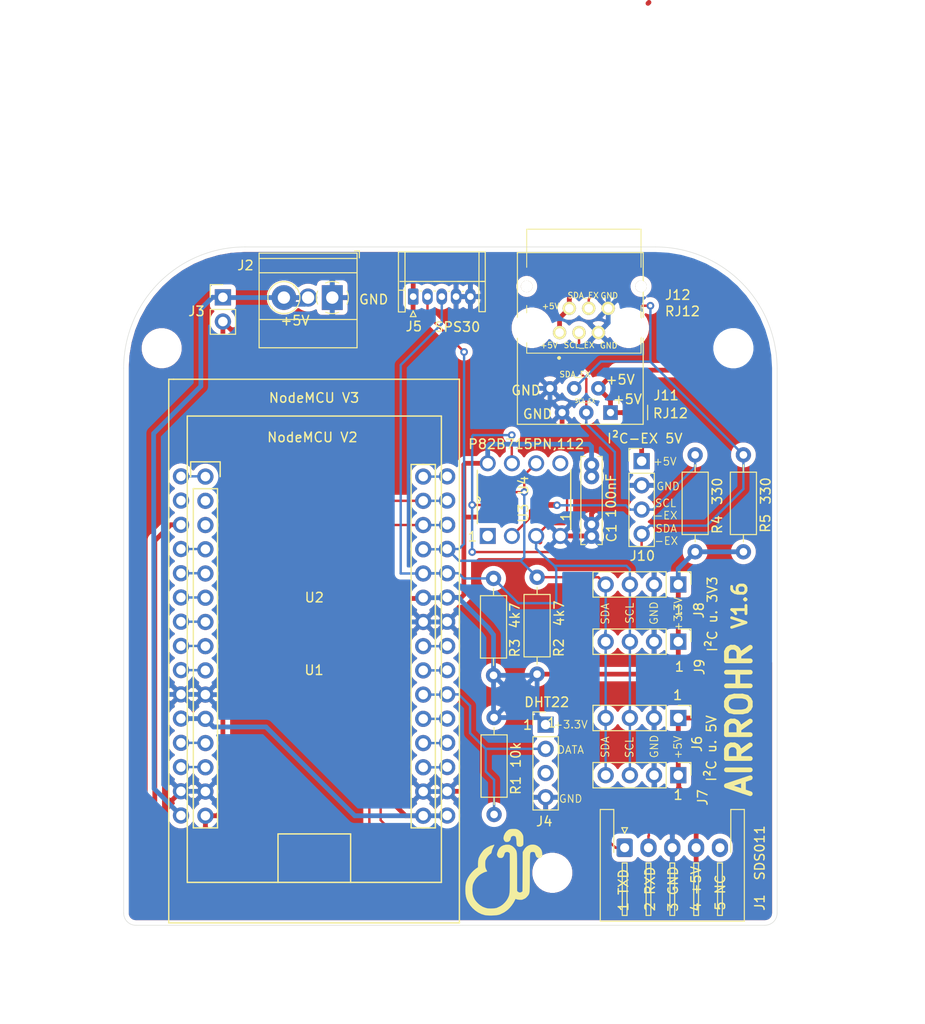
<source format=kicad_pcb>
(kicad_pcb (version 20171130) (host pcbnew 5.1.5+dfsg1-2build2)
  (layers (0 F.Cu signal) (31 B.Cu signal) (34 B.Paste user) (35 F.Paste user) (36 B.SilkS user) (37 F.SilkS user) (38 B.Mask user) (39 F.Mask user) (44 Edge.Cuts user))
  (net 0 "")
  (net 1 "Net-(U2-Pad3)")
  (net 2 "Net-(U2-Pad2)")
  (net 3 "Net-(U1-Pad30)")
  (net 4 "Net-(U1-Pad23)")
  (net 5 "Net-(U1-Pad22)")
  (net 6 "Net-(U1-Pad20)")
  (net 7 "Net-(U1-Pad19)")
  (net 8 "Net-(U1-Pad18)")
  (net 9 "Net-(U1-Pad13)")
  (net 10 "Net-(U1-Pad12)")
  (net 11 "Net-(U1-Pad9)")
  (net 12 "Net-(U1-Pad8)")
  (net 13 "Net-(U1-Pad7)")
  (net 14 "Net-(U1-Pad6)")
  (net 15 "Net-(U1-Pad5)")
  (net 16 "Net-(U1-Pad4)")
  (net 17 "Net-(U1-Pad2)")
  (net 18 "Net-(U1-Pad1)")
  (net 19 GND)
  (net 20 +3V3)
  (net 21 "Net-(J2-Pad2)")
  (net 22 TXD)
  (net 23 RXD)
  (net 24 +5V)
  (net 25 "Net-(J4-Pad3)")
  (net 26 "Net-(J4-Pad2)")
  (net 27 SDA)
  (net 28 SCL)
  (net 29 SDA-EX)
  (net 30 SCL-EX)
  (net 31 "Net-(U3-Pad5)")
  (net 32 "Net-(U3-Pad1)")
  (net 33 "Net-(J1-Pad5)")
  (module Connector_RJ:RJ12_Pulse_E5566Q0LK22L (layer F.Cu) (at 187.9981 22.71776 180)
    (fp_text reference J12 (at -9.85012 -0.1016 180) (layer F.SilkS))
    (fp_text value RJ12 (at -10.34542 -1.8161 180) (layer F.SilkS))
    (pad 1 thru_hole circle (at 2.55 -4.04 270) (size 1.4 1.4) (drill 0.9) (layers *.Cu *.Mask F.SilkS) (net 24 +5V))
    (pad 2 thru_hole circle (at 1.53 -1.5 270) (size 1.4 1.4) (drill 0.9) (layers *.Cu *.Mask F.SilkS) (net 24 +5V))
    (pad 3 thru_hole circle (at 0.51 -4.04 270) (size 1.4 1.4) (drill 0.9) (layers *.Cu *.Mask F.SilkS) (net 30 SCL-EX))
    (pad 4 thru_hole circle (at -0.51 -1.5 270) (size 1.4 1.4) (drill 0.9) (layers *.Cu *.Mask F.SilkS) (net 29 SDA-EX))
    (pad 5 thru_hole circle (at -1.53 -4.04 270) (size 1.4 1.4) (drill 0.9) (layers *.Cu *.Mask F.SilkS) (net 19 GND))
    (pad 6 thru_hole circle (at -2.55 -1.5 270) (size 1.4 1.4) (drill 0.9) (layers *.Cu *.Mask F.SilkS) (net 19 GND))
    (pad 7 thru_hole circle (at -6 0.8 270) (size 1.2 1.2) (drill 2.4) (layers *.Cu *.Mask F.SilkS))
    (pad 8 thru_hole circle (at 6 0.8 270) (size 1.2 1.2) (drill 2.4) (layers *.Cu *.Mask F.SilkS))
  )
  (module Connector_RJ:RJ12_Amphenol_54601 (layer F.Cu) (at 190.7921 35.14472 180)
    (fp_text reference J11 (at -5.83438 1.79706) (layer F.SilkS))
    (fp_text value RJ12)
    (pad 1 thru_hole rect (at 0 0 180) (size 1.52 1.52) (drill 0.76) (layers *.Cu *.Mask) (net 24 +5V))
    (pad "" np_thru_hole circle (at -1.91 8.89 180) (size 3.25 3.25) (drill 3.25) (layers *.Cu *.Mask))
    (pad 2 thru_hole circle (at 1.27 2.54 180) (size 1.52 1.52) (drill 0.76) (layers *.Cu *.Mask) (net 24 +5V))
    (pad 3 thru_hole circle (at 2.54 0 180) (size 1.52 1.52) (drill 0.76) (layers *.Cu *.Mask) (net 30 SCL-EX))
    (pad 4 thru_hole circle (at 3.81 2.54 180) (size 1.52 1.52) (drill 0.76) (layers *.Cu *.Mask) (net 29 SDA-EX))
    (pad 5 thru_hole circle (at 5.08 0 180) (size 1.52 1.52) (drill 0.76) (layers *.Cu *.Mask) (net 19 GND))
    (pad 6 thru_hole circle (at 6.35 2.54 180) (size 1.52 1.52) (drill 0.76) (layers *.Cu *.Mask) (net 19 GND))
    (pad "" np_thru_hole circle (at 8.25 8.89 180) (size 3.25 3.25) (drill 3.25) (layers *.Cu *.Mask))
  )
  (module "logos eigene:logo luftdaten.info" (layer F.Cu) (at 179.62626 83.33994 90)
    (fp_text reference G*** hide)
    (fp_text value LOGO hide)
  )
  (module Resistor_THT:R_Axial_DIN0207_L6.3mm_D2.5mm_P10.16mm_Horizontal (layer F.Cu) (at 204.74102 49.74336 90)
    (fp_text reference R5 (at 2.9845 2.30708 90) (layer F.SilkS))
    (fp_text value 330 (at 6.38302 2.3401 90) (layer F.SilkS))
    (pad 2 thru_hole oval (at 10.16 0 90) (size 1.6 1.6) (drill 0.8) (layers *.Cu *.Mask) (net 29 SDA-EX))
    (pad 1 thru_hole circle (at 0 0 90) (size 1.6 1.6) (drill 0.8) (layers *.Cu *.Mask) (net 20 +3V3))
  )
  (module ScrewTerminalBlock:TerminalBlock_1x02_P2,54mm_P5.08mm_Horizontal (layer F.Cu) (at 161.5948 23.0886 180)
    (fp_text reference J2 (at 9.11352 3.37312) (layer F.SilkS))
    (fp_text value Screw_Terminal_01x02)
    (pad 3 smd rect (at 3.76 0 180) (size 1 0.5) (layers B.Cu B.Paste B.Mask))
    (pad 3 smd rect (at 3.76 0 180) (size 1 0.5) (layers F.Cu F.Paste F.Mask))
    (pad 2 thru_hole circle (at 2.54 0 180) (size 1.9 1.9) (drill 1.3) (layers *.Cu *.Mask) (net 21 "Net-(J2-Pad2)"))
    (pad 1 thru_hole rect (at 0 0 180) (size 2.2 2.6) (drill 1.3) (layers *.Cu *.Mask) (net 19 GND))
    (pad 2 thru_hole circle (at 5.08 0 180) (size 2.6 2.6) (drill 1.3) (layers *.Cu *.Mask) (net 21 "Net-(J2-Pad2)"))
  )
  (module Connector_PinHeader_2.54mm:PinHeader_1x04_P2.54mm_Vertical (layer F.Cu) (at 194.06108 40.23726)
    (fp_text reference J10 (at 0.07112 9.93536) (layer F.SilkS))
    (fp_text value Conn_01x04_Male)
    (pad 4 thru_hole oval (at 0 7.62) (size 1.7 1.7) (drill 1) (layers *.Cu *.Mask) (net 29 SDA-EX))
    (pad 3 thru_hole oval (at 0 5.08) (size 1.7 1.7) (drill 1) (layers *.Cu *.Mask) (net 30 SCL-EX))
    (pad 2 thru_hole oval (at 0 2.54) (size 1.7 1.7) (drill 1) (layers *.Cu *.Mask) (net 19 GND))
    (pad 1 thru_hole rect (at 0 0) (size 1.7 1.7) (drill 1) (layers *.Cu *.Mask) (net 24 +5V))
  )
  (module P82B715:DIP254P762X420-8 (layer F.Cu) (at 185.52668 40.46474 90)
    (fp_text reference U3 (at -5.2324 -3.8862 90) (layer F.SilkS))
    (fp_text value P82B715PN,112 (at 2.0066 -3.5814) (layer F.SilkS))
    (pad 1 thru_hole rect (at -7.62 -7.62 90) (size 1.6764 1.6764) (drill 1.1176) (layers *.Cu *.Mask) (net 32 "Net-(U3-Pad1)"))
    (pad 2 thru_hole circle (at -7.62 -5.08 90) (size 1.6764 1.6764) (drill 1.1176) (layers *.Cu *.Mask) (net 30 SCL-EX))
    (pad 3 thru_hole circle (at -7.62 -2.54 90) (size 1.6764 1.6764) (drill 1.1176) (layers *.Cu *.Mask) (net 28 SCL))
    (pad 4 thru_hole circle (at -7.62 0 90) (size 1.6764 1.6764) (drill 1.1176) (layers *.Cu *.Mask) (net 19 GND))
    (pad 5 thru_hole circle (at 0 0 90) (size 1.6764 1.6764) (drill 1.1176) (layers *.Cu *.Mask) (net 31 "Net-(U3-Pad5)"))
    (pad 6 thru_hole circle (at 0 -2.54 90) (size 1.6764 1.6764) (drill 1.1176) (layers *.Cu *.Mask) (net 27 SDA))
    (pad 7 thru_hole circle (at 0 -5.08 90) (size 1.6764 1.6764) (drill 1.1176) (layers *.Cu *.Mask) (net 29 SDA-EX))
    (pad 8 thru_hole circle (at 0 -7.62 90) (size 1.6764 1.6764) (drill 1.1176) (layers *.Cu *.Mask) (net 20 +3V3))
  )
  (module Connector_PinHeader_2.54mm:PinHeader_1x04_P2.54mm_Vertical (layer F.Cu) (at 197.905 59.1684 270)
    (fp_text reference J9 (at 2.65266 -2.23176 90) (layer F.SilkS))
    (fp_text value Conn_01x04_Male)
    (pad 4 thru_hole oval (at 0 7.62 270) (size 1.7 1.7) (drill 1) (layers *.Cu *.Mask) (net 27 SDA))
    (pad 3 thru_hole oval (at 0 5.08 270) (size 1.7 1.7) (drill 1) (layers *.Cu *.Mask) (net 28 SCL))
    (pad 2 thru_hole oval (at 0 2.54 270) (size 1.7 1.7) (drill 1) (layers *.Cu *.Mask) (net 19 GND))
    (pad 1 thru_hole rect (at 0 0 270) (size 1.7 1.7) (drill 1) (layers *.Cu *.Mask) (net 20 +3V3))
  )
  (module Connector_PinHeader_2.54mm:PinHeader_1x04_P2.54mm_Vertical (layer F.Cu) (at 197.905 53.1684 270)
    (fp_text reference J8 (at 2.71414 -2.16572 90) (layer F.SilkS))
    (fp_text value Conn_01x04_Male)
    (pad 4 thru_hole oval (at 0 7.62 270) (size 1.7 1.7) (drill 1) (layers *.Cu *.Mask) (net 27 SDA))
    (pad 3 thru_hole oval (at 0 5.08 270) (size 1.7 1.7) (drill 1) (layers *.Cu *.Mask) (net 28 SCL))
    (pad 2 thru_hole oval (at 0 2.54 270) (size 1.7 1.7) (drill 1) (layers *.Cu *.Mask) (net 19 GND))
    (pad 1 thru_hole rect (at 0 0 270) (size 1.7 1.7) (drill 1) (layers *.Cu *.Mask) (net 20 +3V3))
  )
  (module P82B715:SOIC8 (layer F.Cu) (at 181.69128 44.19854 90)
    (fp_text reference U4 (at 1.4224 -0.0508 270) (layer F.SilkS))
    (fp_text value P82B715DR)
    (fp_text user 1 (at -1.88 4.43 90 unlocked) (layer F.SilkS))
    (pad 5 smd rect (at 1.905 -2.6 90) (size 0.6 2.2) (layers F.Cu F.Paste F.Mask))
    (pad 6 smd rect (at 0.635 -2.6 90) (size 0.6 2.2) (layers F.Cu F.Paste F.Mask) (net 27 SDA))
    (pad 8 smd rect (at -1.905 -2.6 90) (size 0.6 2.2) (layers F.Cu F.Paste F.Mask) (net 20 +3V3))
    (pad 4 smd rect (at 1.905 2.6 90) (size 0.6 2.2) (layers F.Cu F.Paste F.Mask) (net 19 GND))
    (pad 3 smd rect (at 0.635 2.6 90) (size 0.6 2.2) (layers F.Cu F.Paste F.Mask) (net 28 SCL))
    (pad 1 smd rect (at -1.905 2.6 90) (size 0.6 2.2) (layers F.Cu F.Paste F.Mask))
    (pad 7 smd rect (at -0.635 -2.6 90) (size 0.6 2.2) (layers F.Cu F.Paste F.Mask) (net 29 SDA-EX))
    (pad 2 smd rect (at -0.635 2.6 90) (size 0.6 2.2) (layers F.Cu F.Paste F.Mask) (net 30 SCL-EX))
  )
  (module C_THT_100nF:C_THT_100nF_L9.0mm_W2.0mm_P5.00mm_P7.50mm (layer F.Cu) (at 188.80328 40.61714 270)
    (fp_text reference C1 (at 7.16026 -2.10312 90) (layer F.SilkS))
    (fp_text value 100nF (at 3.2512 -2.05232 90) (layer F.SilkS))
    (pad 2 thru_hole circle (at 6.25 0 270) (size 1.6 1.6) (drill 0.8) (layers *.Cu *.Mask) (net 19 GND))
    (pad 1 thru_hole circle (at 1.25 0 270) (size 1.6 1.6) (drill 0.8) (layers *.Cu *.Mask) (net 20 +3V3))
    (pad 1 thru_hole circle (at 0 0 270) (size 1.6 1.6) (drill 0.8) (layers *.Cu *.Mask) (net 20 +3V3))
    (pad 2 thru_hole circle (at 7.5 0 270) (size 1.6 1.6) (drill 0.8) (layers *.Cu *.Mask) (net 19 GND))
  )
  (module Connector_JST:JST_XH_S5B-XH-A-1_1x05_P2.50mm_Horizontal (layer F.Cu) (at 192.278 80.772)
    (fp_text reference J1 (at 14.17828 5.75056 90) (layer F.SilkS))
    (fp_text value Conn_01x05)
    (pad 5 thru_hole oval (at 10 0) (size 1.7 1.95) (drill 0.95) (layers *.Cu *.Mask) (net 33 "Net-(J1-Pad5)"))
    (pad 4 thru_hole oval (at 7.5 0) (size 1.7 1.95) (drill 0.95) (layers *.Cu *.Mask) (net 24 +5V))
    (pad 3 thru_hole oval (at 5 0) (size 1.7 1.95) (drill 0.95) (layers *.Cu *.Mask) (net 19 GND))
    (pad 2 thru_hole oval (at 2.5 0) (size 1.7 1.95) (drill 0.95) (layers *.Cu *.Mask) (net 23 RXD))
    (pad 1 thru_hole roundrect (at 0 0) (size 1.7 1.95) (drill 0.95) (layers *.Cu *.Mask) (roundrect_rratio 0.147059) (net 22 TXD))
  )
  (module nodemcu:NodeMCU_Amica_R2 (layer F.Cu) (at 148.2786 41.8592)
    (fp_text reference U2 (at 11.43 12.68) (layer F.SilkS))
    (fp_text value "NodeMCU V2" (at 11.2268 -4.1148) (layer F.SilkS))
    (pad 29 thru_hole circle (at 22.86 2.54) (size 1.7 1.7) (drill 1) (layers *.Cu *.Mask) (net 22 TXD))
    (pad 27 thru_hole circle (at 22.86 7.62) (size 1.7 1.7) (drill 1) (layers *.Cu *.Mask) (net 27 SDA))
    (pad 28 thru_hole circle (at 22.86 5.08) (size 1.7 1.7) (drill 1) (layers *.Cu *.Mask) (net 23 RXD))
    (pad 20 thru_hole circle (at 22.86 25.4) (size 1.7 1.7) (drill 1) (layers *.Cu *.Mask) (net 6 "Net-(U1-Pad20)"))
    (pad 21 thru_hole circle (at 22.86 22.86) (size 1.7 1.7) (drill 1) (layers *.Cu *.Mask) (net 26 "Net-(J4-Pad2)"))
    (pad 23 thru_hole circle (at 22.86 17.78) (size 1.7 1.7) (drill 1) (layers *.Cu *.Mask) (net 4 "Net-(U1-Pad23)"))
    (pad 22 thru_hole circle (at 22.86 20.32) (size 1.7 1.7) (drill 1) (layers *.Cu *.Mask) (net 5 "Net-(U1-Pad22)"))
    (pad 16 thru_hole circle (at 22.86 35.56) (size 1.7 1.7) (drill 1) (layers *.Cu *.Mask) (net 20 +3V3))
    (pad 24 thru_hole circle (at 22.86 15.24) (size 1.7 1.7) (drill 1) (layers *.Cu *.Mask) (net 19 GND))
    (pad 26 thru_hole circle (at 22.86 10.16) (size 1.7 1.7) (drill 1) (layers *.Cu *.Mask) (net 28 SCL))
    (pad 25 thru_hole circle (at 22.86 12.7) (size 1.7 1.7) (drill 1) (layers *.Cu *.Mask) (net 20 +3V3))
    (pad 19 thru_hole circle (at 22.86 27.94) (size 1.7 1.7) (drill 1) (layers *.Cu *.Mask) (net 7 "Net-(U1-Pad19)"))
    (pad 17 thru_hole circle (at 22.86 33.02) (size 1.7 1.7) (drill 1) (layers *.Cu *.Mask) (net 19 GND))
    (pad 18 thru_hole circle (at 22.86 30.48) (size 1.7 1.7) (drill 1) (layers *.Cu *.Mask) (net 8 "Net-(U1-Pad18)"))
    (pad 30 thru_hole circle (at 22.86 0) (size 1.7 1.7) (drill 1) (layers *.Cu *.Mask) (net 3 "Net-(U1-Pad30)"))
    (pad 15 thru_hole circle (at 0 35.56) (size 1.7 1.7) (drill 1) (layers *.Cu *.Mask) (net 24 +5V))
    (pad 14 thru_hole circle (at 0 33.02) (size 1.7 1.7) (drill 1) (layers *.Cu *.Mask) (net 19 GND))
    (pad 13 thru_hole circle (at 0 30.48) (size 1.7 1.7) (drill 1) (layers *.Cu *.Mask) (net 9 "Net-(U1-Pad13)"))
    (pad 12 thru_hole circle (at 0 27.94) (size 1.7 1.7) (drill 1) (layers *.Cu *.Mask) (net 10 "Net-(U1-Pad12)"))
    (pad 11 thru_hole circle (at 0 25.4) (size 1.7 1.7) (drill 1) (layers *.Cu *.Mask) (net 20 +3V3))
    (pad 10 thru_hole circle (at 0 22.86) (size 1.7 1.7) (drill 1) (layers *.Cu *.Mask) (net 19 GND))
    (pad 9 thru_hole circle (at 0 20.32) (size 1.7 1.7) (drill 1) (layers *.Cu *.Mask) (net 11 "Net-(U1-Pad9)"))
    (pad 8 thru_hole circle (at 0 17.78) (size 1.7 1.7) (drill 1) (layers *.Cu *.Mask) (net 12 "Net-(U1-Pad8)"))
    (pad 7 thru_hole circle (at 0 15.24) (size 1.7 1.7) (drill 1) (layers *.Cu *.Mask) (net 13 "Net-(U1-Pad7)"))
    (pad 6 thru_hole circle (at 0 12.7) (size 1.7 1.7) (drill 1) (layers *.Cu *.Mask) (net 14 "Net-(U1-Pad6)"))
    (pad 5 thru_hole circle (at 0 10.16) (size 1.7 1.7) (drill 1) (layers *.Cu *.Mask) (net 15 "Net-(U1-Pad5)"))
    (pad 4 thru_hole circle (at 0 7.62) (size 1.7 1.7) (drill 1) (layers *.Cu *.Mask) (net 16 "Net-(U1-Pad4)"))
    (pad 3 thru_hole circle (at 0 5.08) (size 1.7 1.7) (drill 1) (layers *.Cu *.Mask) (net 1 "Net-(U2-Pad3)"))
    (pad 2 thru_hole circle (at 0 2.54) (size 1.7 1.7) (drill 1) (layers *.Cu *.Mask) (net 2 "Net-(U2-Pad2)"))
    (pad 1 thru_hole circle (at 0 0) (size 1.7 1.7) (drill 1) (layers *.Cu *.Mask) (net 18 "Net-(U1-Pad1)"))
  )
  (module ESP8266:NodeMCU-LoLinV3 (layer F.Cu) (at 159.6832 62.1538)
    (fp_text reference U1 (at 0 0) (layer F.SilkS))
    (fp_text value "NodeMCU V3" (at 0 -28.5496) (layer F.SilkS))
    (pad 30 thru_hole circle (at 13.97 -20.32) (size 1.7 1.7) (drill 1) (layers *.Cu *.Mask) (net 3 "Net-(U1-Pad30)"))
    (pad 29 thru_hole circle (at 13.97 -17.78) (size 1.7 1.7) (drill 1) (layers *.Cu *.Mask) (net 22 TXD))
    (pad 28 thru_hole circle (at 13.97 -15.24) (size 1.7 1.7) (drill 1) (layers *.Cu *.Mask) (net 23 RXD))
    (pad 27 thru_hole circle (at 13.97 -12.7) (size 1.74 1.74) (drill 1) (layers *.Cu *.Mask) (net 27 SDA))
    (pad 26 thru_hole circle (at 13.97 -10.16) (size 1.7 1.7) (drill 1) (layers *.Cu *.Mask) (net 28 SCL))
    (pad 25 thru_hole circle (at 13.97 -7.62) (size 1.7 1.7) (drill 1) (layers *.Cu *.Mask) (net 20 +3V3))
    (pad 24 thru_hole circle (at 13.97 -5.08) (size 1.7 1.7) (drill 1) (layers *.Cu *.Mask) (net 19 GND))
    (pad 23 thru_hole circle (at 13.97 -2.54) (size 1.7 1.7) (drill 1) (layers *.Cu *.Mask) (net 4 "Net-(U1-Pad23)"))
    (pad 22 thru_hole circle (at 13.97 0) (size 1.7 1.7) (drill 1) (layers *.Cu *.Mask) (net 5 "Net-(U1-Pad22)"))
    (pad 21 thru_hole circle (at 13.97 2.54) (size 1.7 1.7) (drill 1) (layers *.Cu *.Mask) (net 26 "Net-(J4-Pad2)"))
    (pad 20 thru_hole circle (at 13.97 5.08) (size 1.7 1.7) (drill 1) (layers *.Cu *.Mask) (net 6 "Net-(U1-Pad20)"))
    (pad 19 thru_hole circle (at 13.97 7.62) (size 1.7 1.7) (drill 1) (layers *.Cu *.Mask) (net 7 "Net-(U1-Pad19)"))
    (pad 18 thru_hole circle (at 13.97 10.16) (size 1.7 1.7) (drill 1) (layers *.Cu *.Mask) (net 8 "Net-(U1-Pad18)"))
    (pad 17 thru_hole circle (at 13.97 12.7) (size 1.7 1.7) (drill 1) (layers *.Cu *.Mask) (net 19 GND))
    (pad 16 thru_hole circle (at 13.97 15.24) (size 1.7 1.7) (drill 1) (layers *.Cu *.Mask) (net 20 +3V3))
    (pad 15 thru_hole circle (at -13.97 15.24) (size 1.7 1.7) (drill 1) (layers *.Cu *.Mask) (net 21 "Net-(J2-Pad2)"))
    (pad 14 thru_hole circle (at -13.97 12.7) (size 1.7 1.7) (drill 1) (layers *.Cu *.Mask) (net 19 GND))
    (pad 13 thru_hole circle (at -13.97 10.16) (size 1.7 1.7) (drill 1) (layers *.Cu *.Mask) (net 9 "Net-(U1-Pad13)"))
    (pad 12 thru_hole circle (at -13.97 7.62) (size 1.7 1.7) (drill 1) (layers *.Cu *.Mask) (net 10 "Net-(U1-Pad12)"))
    (pad 11 thru_hole circle (at -13.97 5.08) (size 1.7 1.7) (drill 1) (layers *.Cu *.Mask) (net 20 +3V3))
    (pad 10 thru_hole circle (at -13.97 2.54) (size 1.7 1.7) (drill 1) (layers *.Cu *.Mask) (net 19 GND))
    (pad 9 thru_hole circle (at -13.97 0) (size 1.7 1.7) (drill 1) (layers *.Cu *.Mask) (net 11 "Net-(U1-Pad9)"))
    (pad 8 thru_hole circle (at -13.97 -2.54) (size 1.7 1.7) (drill 1) (layers *.Cu *.Mask) (net 12 "Net-(U1-Pad8)"))
    (pad 7 thru_hole circle (at -13.97 -5.08) (size 1.7 1.7) (drill 1) (layers *.Cu *.Mask) (net 13 "Net-(U1-Pad7)"))
    (pad 6 thru_hole circle (at -13.97 -7.62) (size 1.7 1.7) (drill 1) (layers *.Cu *.Mask) (net 14 "Net-(U1-Pad6)"))
    (pad 5 thru_hole circle (at -13.97 -10.16) (size 1.7 1.7) (drill 1) (layers *.Cu *.Mask) (net 15 "Net-(U1-Pad5)"))
    (pad 4 thru_hole circle (at -13.97 -12.7) (size 1.7 1.7) (drill 1) (layers *.Cu *.Mask) (net 16 "Net-(U1-Pad4)"))
    (pad 3 thru_hole circle (at -13.97 -15.24) (size 1.7 1.7) (drill 1) (layers *.Cu *.Mask) (net 24 +5V))
    (pad 2 thru_hole circle (at -13.97 -17.78) (size 1.7 1.7) (drill 1) (layers *.Cu *.Mask) (net 17 "Net-(U1-Pad2)"))
    (pad 1 thru_hole circle (at -13.97 -20.32) (size 1.7 1.7) (drill 1) (layers *.Cu *.Mask) (net 18 "Net-(U1-Pad1)"))
  )
  (module Connector_PinHeader_2.54mm:PinHeader_1x04_P2.54mm_Vertical (layer F.Cu) (at 197.905 73.1684 270)
    (fp_text reference J7 (at 2.3331 -2.56196 90) (layer F.SilkS))
    (fp_text value Conn_01x04_Male)
    (pad 4 thru_hole oval (at 0 7.62 270) (size 1.7 1.7) (drill 1) (layers *.Cu *.Mask) (net 27 SDA))
    (pad 3 thru_hole oval (at 0 5.08 270) (size 1.7 1.7) (drill 1) (layers *.Cu *.Mask) (net 28 SCL))
    (pad 2 thru_hole oval (at 0 2.54 270) (size 1.7 1.7) (drill 1) (layers *.Cu *.Mask) (net 19 GND))
    (pad 1 thru_hole rect (at 0 0 270) (size 1.7 1.7) (drill 1) (layers *.Cu *.Mask) (net 24 +5V))
  )
  (module Connector_PinHeader_2.54mm:PinHeader_1x04_P2.54mm_Vertical (layer F.Cu) (at 197.905 67.1684 270)
    (fp_text reference J6 (at 2.72478 -1.9676 90) (layer F.SilkS))
    (fp_text value Conn_01x04_Male)
    (pad 4 thru_hole oval (at 0 7.62 270) (size 1.7 1.7) (drill 1) (layers *.Cu *.Mask) (net 27 SDA))
    (pad 3 thru_hole oval (at 0 5.08 270) (size 1.7 1.7) (drill 1) (layers *.Cu *.Mask) (net 28 SCL))
    (pad 2 thru_hole oval (at 0 2.54 270) (size 1.7 1.7) (drill 1) (layers *.Cu *.Mask) (net 19 GND))
    (pad 1 thru_hole rect (at 0 0 270) (size 1.7 1.7) (drill 1) (layers *.Cu *.Mask) (net 24 +5V))
  )
  (module Connector_JST_ZH:JST_ZH_S5B-EH_1x05_P1.50mm_Horizontal (layer F.Cu) (at 170.085 22.987)
    (fp_text reference J5 (at 0.06706 3.13436) (layer F.SilkS))
    (fp_text value Conn_01x05)
    (pad 5 thru_hole oval (at 6 0) (size 1.1 1.7) (drill 0.7) (layers *.Cu *.Mask) (net 19 GND))
    (pad 4 thru_hole oval (at 4.5 0) (size 1.1 1.7) (drill 0.7) (layers *.Cu *.Mask) (net 19 GND))
    (pad 3 thru_hole oval (at 3 0) (size 1.1 1.7) (drill 0.7) (layers *.Cu *.Mask) (net 28 SCL))
    (pad 2 thru_hole oval (at 1.5 0) (size 1.1 1.7) (drill 0.7) (layers *.Cu *.Mask) (net 27 SDA))
    (pad 1 thru_hole roundrect (at 0 0) (size 1.1 1.7) (drill 0.7) (layers *.Cu *.Mask) (roundrect_rratio 0.147) (net 24 +5V))
  )
  (module Resistor_THT:R_Axial_DIN0207_L6.3mm_D2.5mm_P10.16mm_Horizontal (layer F.Cu) (at 199.67702 49.74336 90)
    (fp_text reference R4 (at 2.85242 2.3241 90) (layer F.SilkS))
    (fp_text value 330 (at 6.35 2.3241 90) (layer F.SilkS))
    (pad 2 thru_hole oval (at 10.16 0 90) (size 1.6 1.6) (drill 0.8) (layers *.Cu *.Mask) (net 30 SCL-EX))
    (pad 1 thru_hole circle (at 0 0 90) (size 1.6 1.6) (drill 0.8) (layers *.Cu *.Mask) (net 20 +3V3))
  )
  (module Resistor_THT:R_Axial_DIN0207_L6.3mm_D2.5mm_P10.16mm_Horizontal (layer F.Cu) (at 178.51628 62.69736 90)
    (fp_text reference R3 (at 2.86766 2.24028 90) (layer F.SilkS))
    (fp_text value 4k7 (at 6.26618 2.24028 90) (layer F.SilkS))
    (pad 2 thru_hole oval (at 10.16 0 90) (size 1.6 1.6) (drill 0.8) (layers *.Cu *.Mask) (net 28 SCL))
    (pad 1 thru_hole circle (at 0 0 90) (size 1.6 1.6) (drill 0.8) (layers *.Cu *.Mask) (net 20 +3V3))
  )
  (module Resistor_THT:R_Axial_DIN0207_L6.3mm_D2.5mm_P10.16mm_Horizontal (layer F.Cu) (at 183.08828 62.57036 90)
    (fp_text reference R2 (at 2.77368 2.286 90) (layer F.SilkS))
    (fp_text value 4k7 (at 6.36778 2.31902 90) (layer F.SilkS))
    (pad 2 thru_hole oval (at 10.16 0 90) (size 1.6 1.6) (drill 0.8) (layers *.Cu *.Mask) (net 27 SDA))
    (pad 1 thru_hole circle (at 0 0 90) (size 1.6 1.6) (drill 0.8) (layers *.Cu *.Mask) (net 20 +3V3))
  )
  (module Resistor_THT:R_Axial_DIN0207_L6.3mm_D2.5mm_P10.16mm_Horizontal (layer F.Cu) (at 178.5747 67.12712 270)
    (fp_text reference R1 (at 7.11708 -2.28092 90) (layer F.SilkS))
    (fp_text value 10k (at 3.91922 -2.28092 90) (layer F.SilkS))
    (pad 2 thru_hole oval (at 10.16 0 270) (size 1.6 1.6) (drill 0.8) (layers *.Cu *.Mask) (net 26 "Net-(J4-Pad2)"))
    (pad 1 thru_hole circle (at 0 0 270) (size 1.6 1.6) (drill 0.8) (layers *.Cu *.Mask) (net 20 +3V3))
  )
  (module Connector_PinHeader_2.54mm:PinHeader_1x04_P2.54mm_Vertical (layer F.Cu) (at 183.9849 67.86372)
    (fp_text reference J4 (at -0.14478 10.15492) (layer F.SilkS))
    (fp_text value Conn_01x04_Male)
    (pad 4 thru_hole oval (at 0 7.62) (size 1.7 1.7) (drill 1) (layers *.Cu *.Mask) (net 19 GND))
    (pad 3 thru_hole oval (at 0 5.08) (size 1.7 1.7) (drill 1) (layers *.Cu *.Mask) (net 25 "Net-(J4-Pad3)"))
    (pad 2 thru_hole oval (at 0 2.54) (size 1.7 1.7) (drill 1) (layers *.Cu *.Mask) (net 26 "Net-(J4-Pad2)"))
    (pad 1 thru_hole rect (at 0 0) (size 1.7 1.7) (drill 1) (layers *.Cu *.Mask) (net 20 +3V3))
  )
  (module Connector_PinHeader_2.54mm:PinHeader_1x02_P2.54mm_Vertical (layer F.Cu) (at 150.114 23.0632)
    (fp_text reference J3 (at -2.77368 1.46304) (layer F.SilkS))
    (fp_text value Conn_01x02_Male)
    (pad 2 thru_hole oval (at 0 2.54) (size 1.7 1.7) (drill 1) (layers *.Cu *.Mask) (net 24 +5V))
    (pad 1 thru_hole rect (at 0 0) (size 1.7 1.7) (drill 1) (layers *.Cu *.Mask) (net 21 "Net-(J2-Pad2)"))
  )
  (module MountingHole:MountingHole_3.2mm_M3 (layer F.Cu) (at 184.6894 83.4)
    (fp_text reference REF** hide)
    (fp_text value MountingHole_3.2mm_M3)
    (pad 1 np_thru_hole circle (at 0 0) (size 3.2 3.2) (drill 3.2) (layers *.Cu *.Mask))
  )
  (module MountingHole:MountingHole_3.2mm_M3 (layer F.Cu) (at 203.6894 28.4)
    (fp_text reference REF** hide)
    (fp_text value MountingHole_3.2mm_M3)
    (pad 1 np_thru_hole circle (at 0 0) (size 3.2 3.2) (drill 3.2) (layers *.Cu *.Mask))
  )
  (module MountingHole:MountingHole_3.2mm_M3 (layer F.Cu) (at 143.6894 28.4)
    (fp_text reference REF** hide)
    (fp_text value MountingHole_3.2mm_M3)
    (pad 1 np_thru_hole circle (at 0 0) (size 3.2 3.2) (drill 3.2) (layers *.Cu *.Mask))
  )
  (gr_text DATA (at 186.61126 70.50532) (layer F.SilkS) (effects (font (size 0.8 0.8) (thickness 0.1))))
  (gr_text GND (at 186.61126 75.64374) (layer F.SilkS) (effects (font (size 0.8 0.8) (thickness 0.1))))
  (gr_text +3.3V (at 186.61126 67.85864) (layer F.SilkS) (effects (font (size 0.8 0.8) (thickness 0.1))))
  (gr_text 1 (at 197.89394 75.24242) (layer F.SilkS) (effects (font (size 1 1))))
  (gr_text +5V (at 197.86092 70.25386 90) (layer F.SilkS) (effects (font (size 0.8 0.8) (thickness 0.1))))
  (gr_text GND (at 195.38696 70.1548 90) (layer F.SilkS) (effects (font (size 0.8 0.8) (thickness 0.1))))
  (gr_text SCL (at 192.78092 70.25386 90) (layer F.SilkS) (effects (font (size 0.8 0.8) (thickness 0.1))))
  (gr_text SDA (at 190.24092 70.22084 90) (layer F.SilkS) (effects (font (size 0.8 0.8) (thickness 0.1))))
  (gr_text SDA (at 190.24092 56.2483 90) (layer F.SilkS) (effects (font (size 0.8 0.8) (thickness 0.1))))
  (gr_text SCL (at 192.81394 56.17718 90) (layer F.SilkS) (effects (font (size 0.8 0.8) (thickness 0.1))))
  (gr_text GND (at 195.35394 56.17718 90) (layer F.SilkS) (effects (font (size 0.8 0.8) (thickness 0.1))))
  (gr_text +3.3V (at 197.89394 56.27624 90) (layer F.SilkS) (effects (font (size 0.8 0.8) (thickness 0.1))))
  (gr_text "SDA\n-EX" (at 196.63918 47.96028) (layer F.SilkS) (effects (font (size 0.8 0.8) (thickness 0.1))))
  (gr_text "SCL\n-EX" (at 196.57314 45.29074) (layer F.SilkS) (effects (font (size 0.8 0.8) (thickness 0.1))))
  (gr_text GND (at 196.8373 42.88028) (layer F.SilkS) (effects (font (size 0.8 0.8) (thickness 0.1))))
  (gr_text +5V (at 196.5071 40.27678) (layer F.SilkS) (effects (font (size 0.8 0.8) (thickness 0.1))))
  (gr_text SCL_EX (at 187.49772 28.07716) (layer F.SilkS) (effects (font (size 0.6 0.6) (thickness 0.1))))
  (gr_text SDA_EX (at 187.92444 22.86) (layer F.SilkS) (effects (font (size 0.6 0.6) (thickness 0.1))))
  (gr_text +5V (at 184.33288 28.09748) (layer F.SilkS) (effects (font (size 0.6 0.6) (thickness 0.1))))
  (gr_text +5V (at 184.51576 23.99538) (layer F.SilkS) (effects (font (size 0.6 0.6) (thickness 0.1))))
  (gr_text GND (at 190.6651 22.88032) (layer F.SilkS) (effects (font (size 0.6 0.6) (thickness 0.1))))
  (gr_text GND (at 190.60414 28.1178) (layer F.SilkS) (effects (font (size 0.6 0.6) (thickness 0.1))))
  (gr_text SCL_EX (at 188.11748 33.91154) (layer F.SilkS) (effects (font (size 0.4 0.4) (thickness 0.08))))
  (gr_text SDA_EX (at 187.06338 31.1404) (layer F.SilkS) (effects (font (size 0.6 0.6) (thickness 0.1))))
  (gr_text +5V (at 192.5701 33.74644) (layer F.SilkS) (effects (font (size 1 1))))
  (gr_text +5V (at 191.81318 31.6992) (layer F.SilkS) (effects (font (size 1 1))))
  (gr_text GND (at 183.13654 35.30346) (layer F.SilkS) (effects (font (size 1 1))))
  (gr_text GND (at 181.91734 32.8295) (layer F.SilkS) (effects (font (size 1 1))))
  (gr_text RJ12 (at 197.08876 35.22726) (layer F.SilkS) (effects (font (size 1 1))))
  (gr_arc (start 195.51396 30.54588) (end 208.28 30.54588) (angle -90) (layer Edge.Cuts) (width 0.05))
  (gr_arc (start 152.42932 30.51048) (end 152.42932 17.78) (angle -90) (layer Edge.Cuts) (width 0.05))
  (gr_text 1 (at 182.0926 67.89166) (layer F.SilkS) (effects (font (size 1 1))))
  (gr_text "I²C u. 5V" (at 201.38898 70.35546 90) (layer F.SilkS) (effects (font (size 1 1))))
  (gr_text 1 (at 197.84314 64.77762) (layer F.SilkS) (effects (font (size 1 1))))
  (gr_text 1 (at 197.95998 55.82158) (layer F.SilkS) (effects (font (size 1 1))))
  (gr_text 1 (at 176.29124 48.16094) (layer F.SilkS) (effects (font (size 1 1))))
  (gr_text "I²C u. 3V3" (at 201.48804 56.27878 90) (layer F.SilkS) (effects (font (size 1 1))))
  (gr_line (start 140.97 88.9) (end 207.01 88.9) (layer Edge.Cuts) (width 0.05))
  (gr_line (start 208.28 30.54588) (end 208.28 87.63) (layer Edge.Cuts) (width 0.05))
  (gr_arc (start 207.01 87.63) (end 207.01 88.9) (angle -90) (layer Edge.Cuts) (width 0.05))
  (gr_text "4 +5V" (at 199.771 85.09 90) (layer F.SilkS) (effects (font (size 1 1))))
  (gr_text V1.6 (at 204.3303 55.37454 90) (layer F.SilkS) (effects (font (size 1.5 1.5) (thickness 0.3))))
  (gr_text 1 (at 184.6199 67.66052) (layer F.SilkS) (effects (font (size 1 1))))
  (gr_text 1 (at 198.0288 61.7982) (layer F.SilkS) (effects (font (size 1 1))))
  (gr_text AIRROHR (at 204.3303 67.31 90) (layer F.SilkS) (effects (font (size 2.5 2.5) (thickness 0.5))))
  (gr_text "I²C-EX 5V" (at 194.39636 37.86632) (layer F.SilkS) (effects (font (size 1 1))))
  (gr_text "\n" (at 190.3095 34.79292 90) (layer F.SilkS) (effects (font (size 1 1))))
  (gr_text SPS30 (at 174.71644 26.1747) (layer F.SilkS) (effects (font (size 1 1))))
  (gr_line (start 152.42932 17.78) (end 195.51396 17.78) (layer Edge.Cuts) (width 0.05))
  (gr_line (start 139.7 87.63) (end 139.7 30.51048) (layer Edge.Cuts) (width 0.05))
  (gr_arc (start 140.97 87.63) (end 139.7 87.63) (angle -90) (layer Edge.Cuts) (width 0.05))
  (gr_text DHT22 (at 184.10428 65.51676) (layer F.SilkS) (effects (font (size 1 1))))
  (gr_text GND (at 165.9382 23.2918) (layer F.SilkS) (effects (font (size 1 1))))
  (gr_text +5V (at 157.6832 25.5016) (layer F.SilkS) (effects (font (size 1 1))))
  (gr_text "2 RXD" (at 194.945 85.09 90) (layer F.SilkS) (effects (font (size 1 1))))
  (gr_text "3 GND" (at 197.358 85.09 90) (layer F.SilkS) (effects (font (size 1 1))))
  (gr_text "5 NC" (at 202.311 85.471 90) (layer F.SilkS) (effects (font (size 1 1))))
  (gr_text "1 TXD" (at 192.151 85.217 90) (layer F.SilkS) (effects (font (size 1 1))))
  (gr_text SDS011 (at 206.45628 81.31048 90) (layer F.SilkS) (effects (font (size 1 1))))
  (segment (start 194.82816 -7.8613) (end 194.72656 -7.7597) (width 0.5) (layer F.Cu) (net 0))
  (segment (start 173.6278 41.8592) (end 173.6532 41.8338) (width 0.25) (layer B.Cu) (net 3))
  (segment (start 171.1386 41.8592) (end 173.6278 41.8592) (width 0.25) (layer B.Cu) (net 3))
  (segment (start 173.6278 59.6392) (end 173.6532 59.6138) (width 0.25) (layer B.Cu) (net 4))
  (segment (start 171.1386 59.6392) (end 173.6278 59.6392) (width 0.25) (layer B.Cu) (net 4))
  (segment (start 173.6278 62.1792) (end 173.6532 62.1538) (width 0.25) (layer B.Cu) (net 5))
  (segment (start 171.1386 62.1792) (end 173.6278 62.1792) (width 0.25) (layer B.Cu) (net 5))
  (segment (start 171.1386 67.2592) (end 174.1612 67.2592) (width 0.25) (layer B.Cu) (net 6))
  (segment (start 174.1358 67.2338) (end 173.6532 67.2338) (width 0.25) (layer B.Cu) (net 6))
  (segment (start 174.1612 67.2592) (end 174.1358 67.2338) (width 0.25) (layer B.Cu) (net 6))
  (segment (start 173.6278 69.7992) (end 173.6532 69.7738) (width 0.25) (layer B.Cu) (net 7))
  (segment (start 171.1386 69.7992) (end 173.6278 69.7992) (width 0.25) (layer B.Cu) (net 7))
  (segment (start 173.6278 72.3392) (end 173.6532 72.3138) (width 0.25) (layer B.Cu) (net 8))
  (segment (start 171.1386 72.3392) (end 173.6278 72.3392) (width 0.25) (layer B.Cu) (net 8))
  (segment (start 148.2532 72.3138) (end 148.2786 72.3392) (width 0.25) (layer B.Cu) (net 9))
  (segment (start 145.7132 72.3138) (end 148.2532 72.3138) (width 0.25) (layer B.Cu) (net 9))
  (segment (start 148.2532 69.7738) (end 148.2786 69.7992) (width 0.25) (layer B.Cu) (net 10))
  (segment (start 145.7132 69.7738) (end 148.2532 69.7738) (width 0.25) (layer B.Cu) (net 10))
  (segment (start 148.2532 62.1538) (end 148.2786 62.1792) (width 0.25) (layer B.Cu) (net 11))
  (segment (start 145.7132 62.1538) (end 148.2532 62.1538) (width 0.25) (layer B.Cu) (net 11))
  (segment (start 148.2532 59.6138) (end 148.2786 59.6392) (width 0.25) (layer B.Cu) (net 12))
  (segment (start 145.7132 59.6138) (end 148.2532 59.6138) (width 0.25) (layer B.Cu) (net 12))
  (segment (start 148.2532 57.0738) (end 148.2786 57.0992) (width 0.25) (layer B.Cu) (net 13))
  (segment (start 145.7132 57.0738) (end 148.2532 57.0738) (width 0.25) (layer B.Cu) (net 13))
  (segment (start 148.2532 54.5338) (end 148.2786 54.5592) (width 0.25) (layer B.Cu) (net 14))
  (segment (start 145.7132 54.5338) (end 148.2532 54.5338) (width 0.25) (layer B.Cu) (net 14))
  (segment (start 148.2532 51.9938) (end 148.2786 52.0192) (width 0.25) (layer B.Cu) (net 15))
  (segment (start 145.7132 51.9938) (end 148.2532 51.9938) (width 0.25) (layer B.Cu) (net 15))
  (segment (start 148.2532 49.4538) (end 148.2786 49.4792) (width 0.25) (layer B.Cu) (net 16))
  (segment (start 145.7132 49.4538) (end 148.2532 49.4538) (width 0.25) (layer B.Cu) (net 16))
  (segment (start 148.2532 41.8338) (end 148.2786 41.8592) (width 0.25) (layer B.Cu) (net 18))
  (segment (start 145.7132 41.8338) (end 148.2532 41.8338) (width 0.25) (layer B.Cu) (net 18))
  (segment (start 173.6278 57.0992) (end 173.6532 57.0738) (width 0.25) (layer B.Cu) (net 19))
  (segment (start 171.1386 57.0992) (end 173.6278 57.0992) (width 0.5) (layer B.Cu) (net 19))
  (segment (start 170.9862 57.0992) (end 171.1386 57.0992) (width 0.25) (layer B.Cu) (net 19))
  (segment (start 171.1386 57.0992) (end 167.2778 57.0992) (width 0.5) (layer B.Cu) (net 19))
  (segment (start 148.2532 64.6938) (end 148.2786 64.7192) (width 0.5) (layer B.Cu) (net 19))
  (segment (start 145.7132 64.6938) (end 148.2532 64.6938) (width 0.5) (layer B.Cu) (net 19))
  (segment (start 148.2532 74.8538) (end 148.2786 74.8792) (width 0.5) (layer B.Cu) (net 19))
  (segment (start 145.7132 74.8538) (end 148.2532 74.8538) (width 0.5) (layer B.Cu) (net 19))
  (segment (start 173.6278 74.8792) (end 173.6532 74.8538) (width 0.5) (layer B.Cu) (net 19))
  (segment (start 171.1386 74.8792) (end 173.6278 74.8792) (width 0.5) (layer B.Cu) (net 19))
  (segment (start 144.3924 64.6938) (end 145.7132 64.6938) (width 0.5) (layer B.Cu) (net 19))
  (segment (start 144.0114 65.0748) (end 144.3924 64.6938) (width 0.5) (layer B.Cu) (net 19))
  (segment (start 145.7132 74.8538) (end 144.0114 73.152) (width 0.5) (layer B.Cu) (net 19))
  (segment (start 144.0114 73.152) (end 144.0114 65.0748) (width 0.5) (layer B.Cu) (net 19))
  (segment (start 148.2786 64.7192) (end 152.495 64.7192) (width 0.5) (layer B.Cu) (net 19))
  (segment (start 152.495 64.7192) (end 163.5948 53.6194) (width 0.5) (layer B.Cu) (net 19))
  (segment (start 167.2778 57.0992) (end 163.5948 53.6194) (width 0.5) (layer B.Cu) (net 19))
  (segment (start 185.52668 48.08474) (end 186.712073 48.08474) (width 0.25) (layer F.Cu) (net 19))
  (segment (start 188.77088 48.08474) (end 188.80328 48.11714) (width 0.5) (layer F.Cu) (net 19))
  (segment (start 185.52668 48.08474) (end 188.77088 48.08474) (width 0.5) (layer F.Cu) (net 19))
  (segment (start 195.365 53.1684) (end 195.365 59.1684) (width 0.5) (layer B.Cu) (net 19))
  (segment (start 195.365 67.1684) (end 195.365 73.1684) (width 0.5) (layer B.Cu) (net 19))
  (segment (start 174.585 22.987) (end 176.085 22.987) (width 0.5) (layer B.Cu) (net 19))
  (segment (start 176.085 19.113) (end 176.085 22.987) (width 0.5) (layer B.Cu) (net 19))
  (segment (start 176.386 18.812) (end 176.085 19.113) (width 0.5) (layer B.Cu) (net 19))
  (segment (start 179.61432 23.25192) (end 179.61432 31.004) (width 0.5) (layer B.Cu) (net 19))
  (segment (start 181.21504 32.60472) (end 184.4421 32.60472) (width 0.5) (layer B.Cu) (net 19))
  (segment (start 179.61432 31.004) (end 181.21504 32.60472) (width 0.5) (layer B.Cu) (net 19))
  (segment (start 184.4421 33.87472) (end 185.7121 35.14472) (width 0.5) (layer B.Cu) (net 19))
  (segment (start 184.4421 32.60472) (end 184.4421 33.87472) (width 0.5) (layer B.Cu) (net 19))
  (segment (start 163.0714 18.812) (end 163.99764 18.82648) (width 0.5) (layer B.Cu) (net 19))
  (segment (start 163.99764 18.82648) (end 176.386 18.812) (width 0.5) (layer B.Cu) (net 19))
  (segment (start 161.5948 21.2886) (end 161.58972 21.28352) (width 0.5) (layer B.Cu) (net 19))
  (segment (start 161.5948 23.0886) (end 161.5948 21.2886) (width 0.5) (layer B.Cu) (net 19))
  (segment (start 161.58972 20.29368) (end 163.0714 18.812) (width 0.5) (layer B.Cu) (net 19))
  (segment (start 161.58972 21.28352) (end 161.58972 20.29368) (width 0.5) (layer B.Cu) (net 19))
  (segment (start 197.278 80.772) (end 197.278 78.11898) (width 0.5) (layer B.Cu) (net 19))
  (segment (start 197.278 78.11898) (end 195.365 76.20598) (width 0.5) (layer B.Cu) (net 19))
  (segment (start 174.2186 74.168) (end 174.2186 74.2696) (width 0.25) (layer F.Cu) (net 19))
  (segment (start 173.6532 74.8538) (end 181.09184 74.8538) (width 0.5) (layer F.Cu) (net 19))
  (segment (start 181.72176 75.48372) (end 183.9849 75.48372) (width 0.5) (layer F.Cu) (net 19))
  (segment (start 181.09184 74.8538) (end 181.72176 75.48372) (width 0.5) (layer F.Cu) (net 19))
  (segment (start 194.37604 75.48372) (end 195.43776 74.422) (width 0.5) (layer B.Cu) (net 19))
  (segment (start 183.9849 75.48372) (end 194.37604 75.48372) (width 0.5) (layer B.Cu) (net 19))
  (segment (start 195.43776 74.422) (end 195.365 73.1684) (width 0.5) (layer B.Cu) (net 19))
  (segment (start 195.365 76.20598) (end 195.365 73.1684) (width 0.5) (layer B.Cu) (net 19))
  (segment (start 188.80328 46.86714) (end 188.80328 48.11714) (width 0.5) (layer F.Cu) (net 19))
  (segment (start 179.3494 22.987) (end 176.085 22.987) (width 0.5) (layer B.Cu) (net 19))
  (segment (start 179.61432 23.25192) (end 179.3494 22.987) (width 0.5) (layer B.Cu) (net 19))
  (segment (start 189.603279 48.917139) (end 191.723559 48.917139) (width 0.5) (layer B.Cu) (net 19))
  (segment (start 188.80328 48.11714) (end 189.603279 48.917139) (width 0.5) (layer B.Cu) (net 19))
  (segment (start 191.723559 48.917139) (end 194.14998 51.34356) (width 0.5) (layer B.Cu) (net 19))
  (segment (start 194.14998 51.34356) (end 195.17106 51.34356) (width 0.5) (layer B.Cu) (net 19))
  (segment (start 195.365 51.5375) (end 195.365 53.1684) (width 0.5) (layer B.Cu) (net 19))
  (segment (start 195.17106 51.34356) (end 195.365 51.5375) (width 0.5) (layer B.Cu) (net 19))
  (segment (start 192.858999 42.77726) (end 194.06108 42.77726) (width 0.5) (layer F.Cu) (net 19))
  (segment (start 191.76179 42.77726) (end 192.858999 42.77726) (width 0.5) (layer F.Cu) (net 19))
  (segment (start 188.80328 45.73577) (end 191.76179 42.77726) (width 0.5) (layer F.Cu) (net 19))
  (segment (start 188.80328 46.86714) (end 188.80328 45.73577) (width 0.5) (layer F.Cu) (net 19))
  (segment (start 185.7121 35.14472) (end 185.7121 37.35578) (width 0.5) (layer F.Cu) (net 19))
  (segment (start 185.7121 37.35578) (end 187.22594 38.86962) (width 0.5) (layer F.Cu) (net 19))
  (segment (start 187.22594 45.2898) (end 188.80328 46.86714) (width 0.5) (layer F.Cu) (net 19))
  (segment (start 184.29128 42.29354) (end 185.89128 42.29354) (width 0.5) (layer F.Cu) (net 19))
  (segment (start 185.89636 42.29862) (end 187.1853 42.29862) (width 0.5) (layer F.Cu) (net 19))
  (segment (start 185.89128 42.29354) (end 185.89636 42.29862) (width 0.5) (layer F.Cu) (net 19))
  (segment (start 187.22594 38.86962) (end 187.1853 42.29862) (width 0.5) (layer F.Cu) (net 19))
  (segment (start 187.1853 42.29862) (end 187.22594 45.2898) (width 0.5) (layer F.Cu) (net 19))
  (segment (start 163.5948 53.4162) (end 163.5948 53.6194) (width 0.5) (layer B.Cu) (net 19))
  (segment (start 163.5948 35.6108) (end 163.5948 53.4162) (width 0.5) (layer B.Cu) (net 19))
  (segment (start 161.5948 23.0886) (end 161.5948 33.6108) (width 0.5) (layer B.Cu) (net 19))
  (segment (start 161.5948 33.6108) (end 163.5948 35.6108) (width 0.5) (layer B.Cu) (net 19))
  (segment (start 201.86486 64.7183) (end 195.365 64.7183) (width 0.5) (layer B.Cu) (net 19))
  (segment (start 207.41386 59.1693) (end 201.86486 64.7183) (width 0.5) (layer B.Cu) (net 19))
  (segment (start 207.41386 40.0558) (end 207.41386 59.1693) (width 0.5) (layer B.Cu) (net 19))
  (segment (start 195.365 59.1684) (end 195.365 64.7183) (width 0.5) (layer B.Cu) (net 19))
  (segment (start 195.365 64.7183) (end 195.365 67.1684) (width 0.5) (layer B.Cu) (net 19))
  (segment (start 198.83628 29.50972) (end 198.83628 22.35454) (width 0.5) (layer B.Cu) (net 19))
  (segment (start 201.4158 32.08924) (end 198.83628 29.50972) (width 0.5) (layer B.Cu) (net 19))
  (segment (start 207.41386 34.78784) (end 206.55534 33.92932) (width 0.5) (layer B.Cu) (net 19))
  (segment (start 206.55534 33.92932) (end 203.26604 33.92932) (width 0.5) (layer B.Cu) (net 19))
  (segment (start 203.26604 33.92932) (end 201.42596 32.08924) (width 0.5) (layer B.Cu) (net 19))
  (segment (start 198.83628 22.35454) (end 195.29374 18.812) (width 0.5) (layer B.Cu) (net 19))
  (segment (start 207.41386 40.03294) (end 207.41386 34.78784) (width 0.5) (layer B.Cu) (net 19))
  (segment (start 201.42596 32.08924) (end 201.4158 32.08924) (width 0.5) (layer B.Cu) (net 19))
  (segment (start 190.5481 25.73776) (end 189.5281 26.75776) (width 0.5) (layer B.Cu) (net 19))
  (segment (start 190.5481 24.21776) (end 190.5481 25.73776) (width 0.5) (layer B.Cu) (net 19))
  (segment (start 190.55588 23.220031) (end 190.55588 18.80108) (width 0.5) (layer B.Cu) (net 19))
  (segment (start 190.5481 23.227811) (end 190.55588 23.220031) (width 0.5) (layer B.Cu) (net 19))
  (segment (start 190.5481 24.21776) (end 190.5481 23.227811) (width 0.5) (layer B.Cu) (net 19))
  (segment (start 195.29374 18.812) (end 190.55588 18.80108) (width 0.5) (layer B.Cu) (net 19))
  (segment (start 190.55588 18.80108) (end 176.386 18.812) (width 0.5) (layer B.Cu) (net 19))
  (segment (start 173.6278 54.5592) (end 173.6532 54.5338) (width 0.25) (layer B.Cu) (net 20))
  (segment (start 171.1386 54.5592) (end 173.6278 54.5592) (width 0.5) (layer B.Cu) (net 20))
  (segment (start 197.978 59.2582) (end 197.851 59.3852) (width 0.5) (layer B.Cu) (net 20))
  (segment (start 173.6278 77.4192) (end 173.6532 77.3938) (width 0.5) (layer B.Cu) (net 20))
  (segment (start 171.1386 77.4192) (end 173.6278 77.4192) (width 0.5) (layer B.Cu) (net 20))
  (segment (start 148.2532 67.2338) (end 148.2786 67.2592) (width 0.5) (layer B.Cu) (net 20))
  (segment (start 145.7132 67.2338) (end 148.2532 67.2338) (width 0.5) (layer B.Cu) (net 20))
  (segment (start 149.128599 68.109199) (end 154.640399 68.109199) (width 0.5) (layer B.Cu) (net 20))
  (segment (start 148.2786 67.2592) (end 149.128599 68.109199) (width 0.5) (layer B.Cu) (net 20))
  (segment (start 163.9504 77.4192) (end 171.1386 77.4192) (width 0.5) (layer B.Cu) (net 20))
  (segment (start 154.640399 68.109199) (end 163.9504 77.4192) (width 0.5) (layer B.Cu) (net 20))
  (segment (start 167.862 75.9968) (end 169.2844 77.4192) (width 0.5) (layer F.Cu) (net 20))
  (segment (start 169.2844 77.4192) (end 171.1386 77.4192) (width 0.5) (layer F.Cu) (net 20))
  (segment (start 171.0624 54.5592) (end 170.9862 54.6354) (width 0.5) (layer F.Cu) (net 20))
  (segment (start 170.9862 54.6354) (end 168.5224 54.6354) (width 0.5) (layer F.Cu) (net 20))
  (segment (start 168.5224 54.6354) (end 167.862 55.2958) (width 0.5) (layer F.Cu) (net 20))
  (segment (start 167.862 55.2958) (end 167.862 75.9968) (width 0.5) (layer F.Cu) (net 20))
  (segment (start 182.96128 62.69736) (end 183.08828 62.57036) (width 0.5) (layer B.Cu) (net 20))
  (segment (start 178.51628 62.69736) (end 182.96128 62.69736) (width 0.5) (layer B.Cu) (net 20))
  (segment (start 178.5747 67.12712) (end 178.5239 67.07632) (width 0.5) (layer B.Cu) (net 20))
  (segment (start 188.54928 38.45814) (end 178.10988 38.45814) (width 0.5) (layer B.Cu) (net 20))
  (segment (start 188.80328 40.61714) (end 188.80328 38.71214) (width 0.5) (layer B.Cu) (net 20))
  (segment (start 177.90668 38.66134) (end 177.90668 40.46474) (width 0.5) (layer B.Cu) (net 20))
  (segment (start 178.10988 38.45814) (end 177.90668 38.66134) (width 0.5) (layer B.Cu) (net 20))
  (segment (start 188.80328 38.71214) (end 188.54928 38.45814) (width 0.5) (layer B.Cu) (net 20))
  (segment (start 197.905 54.5184) (end 197.905 59.1684) (width 0.5) (layer F.Cu) (net 20))
  (segment (start 197.905 53.1684) (end 197.905 54.5184) (width 0.5) (layer F.Cu) (net 20))
  (segment (start 187.7187 38.525842) (end 187.7314 38.538542) (width 0.25) (layer B.Cu) (net 20))
  (segment (start 178.51628 67.0687) (end 178.5747 67.12712) (width 0.5) (layer B.Cu) (net 20))
  (segment (start 178.51628 62.69736) (end 178.51628 67.0687) (width 0.5) (layer B.Cu) (net 20))
  (segment (start 183.08828 66.9671) (end 183.9849 67.86372) (width 0.5) (layer B.Cu) (net 20))
  (segment (start 183.08828 62.57036) (end 183.08828 66.9671) (width 0.5) (layer B.Cu) (net 20))
  (segment (start 183.2483 67.12712) (end 183.9849 67.86372) (width 0.5) (layer B.Cu) (net 20))
  (segment (start 178.5747 67.12712) (end 183.2483 67.12712) (width 0.5) (layer B.Cu) (net 20))
  (segment (start 178.51628 62.69736) (end 178.51628 58.45302) (width 0.5) (layer B.Cu) (net 20))
  (segment (start 174.855281 54.5338) (end 174.989901 54.66842) (width 0.5) (layer B.Cu) (net 20))
  (segment (start 173.6532 54.5338) (end 174.855281 54.5338) (width 0.5) (layer B.Cu) (net 20))
  (segment (start 174.989901 54.738681) (end 177.95494 57.70372) (width 0.5) (layer B.Cu) (net 20))
  (segment (start 174.989901 54.66842) (end 174.989901 54.738681) (width 0.5) (layer B.Cu) (net 20))
  (segment (start 178.51628 58.45302) (end 177.95494 57.70372) (width 0.5) (layer B.Cu) (net 20))
  (segment (start 188.80328 40.61714) (end 188.80328 41.86714) (width 0.5) (layer F.Cu) (net 20))
  (segment (start 175.12538 54.5338) (end 173.6532 54.5338) (width 0.5) (layer F.Cu) (net 20))
  (segment (start 175.400599 54.258581) (end 175.12538 54.5338) (width 0.5) (layer F.Cu) (net 20))
  (segment (start 175.53686 40.46474) (end 177.90668 40.46474) (width 0.5) (layer F.Cu) (net 20))
  (segment (start 175.400599 40.601001) (end 175.53686 40.46474) (width 0.5) (layer F.Cu) (net 20))
  (segment (start 175.44542 46.10354) (end 175.40986 46.06798) (width 0.5) (layer F.Cu) (net 20))
  (segment (start 179.09128 46.10354) (end 175.44542 46.10354) (width 0.5) (layer F.Cu) (net 20))
  (segment (start 175.400599 40.601001) (end 175.40986 46.06798) (width 0.5) (layer F.Cu) (net 20))
  (segment (start 175.40986 46.06798) (end 175.400599 54.258581) (width 0.5) (layer F.Cu) (net 20))
  (segment (start 197.905 51.51538) (end 199.67702 49.74336) (width 0.5) (layer B.Cu) (net 20))
  (segment (start 197.905 53.1684) (end 197.905 51.51538) (width 0.5) (layer B.Cu) (net 20))
  (segment (start 200.80839 49.74336) (end 204.74102 49.74336) (width 0.5) (layer B.Cu) (net 20))
  (segment (start 199.67702 49.74336) (end 200.80839 49.74336) (width 0.5) (layer B.Cu) (net 20))
  (segment (start 197.905 62.17376) (end 197.905 59.1684) (width 0.5) (layer F.Cu) (net 20))
  (segment (start 197.91298 62.18174) (end 197.905 62.17376) (width 0.5) (layer F.Cu) (net 20))
  (segment (start 183.08828 62.57036) (end 197.52436 62.57036) (width 0.5) (layer F.Cu) (net 20))
  (segment (start 197.52436 62.57036) (end 197.91298 62.18174) (width 0.5) (layer F.Cu) (net 20))
  (segment (start 150.1394 23.0886) (end 150.114 23.0632) (width 0.25) (layer B.Cu) (net 21))
  (segment (start 156.5148 23.0886) (end 150.1394 23.0886) (width 0.5) (layer B.Cu) (net 21))
  (segment (start 149.014 23.0632) (end 147.8026 24.2746) (width 0.5) (layer B.Cu) (net 21))
  (segment (start 150.114 23.0632) (end 149.014 23.0632) (width 0.5) (layer B.Cu) (net 21))
  (segment (start 147.8026 24.2746) (end 147.8026 32.3784) (width 0.5) (layer B.Cu) (net 21))
  (segment (start 142.8938 74.5744) (end 145.7132 77.3938) (width 0.5) (layer B.Cu) (net 21))
  (segment (start 142.843 37.338) (end 142.8938 74.5744) (width 0.5) (layer B.Cu) (net 21))
  (segment (start 147.8026 32.3784) (end 142.843 37.338) (width 0.5) (layer B.Cu) (net 21))
  (segment (start 159.0548 23.428602) (end 159.0548 23.0886) (width 0.5) (layer B.Cu) (net 21))
  (segment (start 156.974799 23.788601) (end 158.694801 23.788601) (width 0.5) (layer B.Cu) (net 21))
  (segment (start 156.5148 23.328602) (end 156.974799 23.788601) (width 0.5) (layer B.Cu) (net 21))
  (segment (start 158.694801 23.788601) (end 159.0548 23.428602) (width 0.5) (layer B.Cu) (net 21))
  (segment (start 156.5148 23.0886) (end 156.5148 23.328602) (width 0.5) (layer B.Cu) (net 21))
  (segment (start 173.6278 44.3992) (end 173.6532 44.3738) (width 0.25) (layer B.Cu) (net 22))
  (segment (start 171.1386 44.3992) (end 173.6278 44.3992) (width 0.25) (layer B.Cu) (net 22))
  (segment (start 166.3634 44.3992) (end 165.4744 45.2882) (width 0.25) (layer F.Cu) (net 22))
  (segment (start 171.1386 44.3992) (end 166.3634 44.3992) (width 0.25) (layer F.Cu) (net 22))
  (segment (start 191.328 80.772) (end 192.278 80.772) (width 0.25) (layer F.Cu) (net 22))
  (segment (start 165.4744 45.2882) (end 165.48608 78.14818) (width 0.25) (layer F.Cu) (net 22))
  (segment (start 165.48608 78.24724) (end 167.8305 80.59166) (width 0.25) (layer F.Cu) (net 22))
  (segment (start 165.48608 78.14818) (end 165.48608 78.24724) (width 0.25) (layer F.Cu) (net 22))
  (segment (start 167.82796 80.59166) (end 167.8305 80.59166) (width 0.25) (layer F.Cu) (net 22))
  (segment (start 189.53226 79.0067) (end 190.19266 79.6671) (width 0.25) (layer F.Cu) (net 22))
  (segment (start 190.06816 79.51216) (end 190.19266 79.6671) (width 0.25) (layer F.Cu) (net 22))
  (segment (start 181.25186 80.59166) (end 182.83682 79.0067) (width 0.25) (layer F.Cu) (net 22))
  (segment (start 167.8305 80.59166) (end 181.25186 80.59166) (width 0.25) (layer F.Cu) (net 22))
  (segment (start 190.19266 79.6671) (end 191.328 80.772) (width 0.25) (layer F.Cu) (net 22))
  (segment (start 182.83682 79.0067) (end 189.53226 79.0067) (width 0.25) (layer F.Cu) (net 22))
  (segment (start 173.6278 46.9392) (end 173.6532 46.9138) (width 0.25) (layer B.Cu) (net 23))
  (segment (start 171.1386 46.9392) (end 173.6278 46.9392) (width 0.25) (layer B.Cu) (net 23))
  (segment (start 169.936519 46.9392) (end 171.1386 46.9392) (width 0.25) (layer F.Cu) (net 23))
  (segment (start 169.931439 46.93412) (end 169.936519 46.9392) (width 0.25) (layer F.Cu) (net 23))
  (segment (start 194.818 79.507) (end 194.818 78.74) (width 0.25) (layer F.Cu) (net 23))
  (segment (start 182.11292 77.8891) (end 180.93987 79.06215) (width 0.25) (layer F.Cu) (net 23))
  (segment (start 166.67226 77.88656) (end 166.67226 47.66056) (width 0.25) (layer F.Cu) (net 23))
  (segment (start 193.88836 77.8891) (end 182.11292 77.8891) (width 0.25) (layer F.Cu) (net 23))
  (segment (start 194.778 80.772) (end 194.778 79.547) (width 0.25) (layer F.Cu) (net 23))
  (segment (start 194.818 78.74) (end 193.88836 77.8891) (width 0.25) (layer F.Cu) (net 23))
  (segment (start 194.778 79.547) (end 194.818 79.507) (width 0.25) (layer F.Cu) (net 23))
  (segment (start 166.67226 47.66056) (end 167.3987 46.93412) (width 0.25) (layer F.Cu) (net 23))
  (segment (start 180.93987 79.06215) (end 167.84785 79.06215) (width 0.25) (layer F.Cu) (net 23))
  (segment (start 167.84785 79.06215) (end 166.67226 77.88656) (width 0.25) (layer F.Cu) (net 23))
  (segment (start 167.3987 46.93412) (end 169.931439 46.93412) (width 0.25) (layer F.Cu) (net 23))
  (segment (start 200.4492 81.0494) (end 200.4492 80.9244) (width 0.25) (layer B.Cu) (net 24))
  (segment (start 148.431 77.4192) (end 148.2786 77.4192) (width 0.25) (layer B.Cu) (net 24))
  (segment (start 144.63557 46.9138) (end 142.9954 48.55397) (width 0.5) (layer F.Cu) (net 24))
  (segment (start 145.7132 46.9138) (end 144.63557 46.9138) (width 0.5) (layer F.Cu) (net 24))
  (segment (start 148.2786 77.4192) (end 148.1262 77.4192) (width 0.25) (layer F.Cu) (net 24))
  (segment (start 142.97 48.514) (end 142.97 80.73203) (width 0.5) (layer F.Cu) (net 24))
  (segment (start 150.114 75.3618) (end 150.114 25.6032) (width 0.5) (layer F.Cu) (net 24))
  (segment (start 197.905 71.8184) (end 197.905 67.1684) (width 0.5) (layer F.Cu) (net 24))
  (segment (start 197.905 73.1684) (end 197.905 71.8184) (width 0.5) (layer F.Cu) (net 24))
  (segment (start 150.114 25.6032) (end 150.963999 26.453199) (width 0.5) (layer F.Cu) (net 24))
  (segment (start 152.517741 26.453199) (end 152.51938 26.45156) (width 0.5) (layer F.Cu) (net 24))
  (segment (start 152.128881 26.416) (end 152.51938 26.45156) (width 0.5) (layer F.Cu) (net 24))
  (segment (start 150.963999 26.453199) (end 152.517741 26.453199) (width 0.5) (layer F.Cu) (net 24))
  (segment (start 152.51938 26.45156) (end 168.656 26.416) (width 0.5) (layer F.Cu) (net 24))
  (segment (start 170.085 23.837) (end 170.07078 23.85122) (width 0.5) (layer F.Cu) (net 24))
  (segment (start 170.085 22.987) (end 170.085 23.837) (width 0.5) (layer F.Cu) (net 24))
  (segment (start 170.07078 25.00122) (end 168.656 26.416) (width 0.5) (layer F.Cu) (net 24))
  (segment (start 170.07078 23.85122) (end 170.07078 25.00122) (width 0.5) (layer F.Cu) (net 24))
  (segment (start 192.0521 35.14472) (end 192.05726 35.13956) (width 0.5) (layer F.Cu) (net 24))
  (segment (start 150.114 76.785881) (end 150.114 75.3618) (width 0.5) (layer F.Cu) (net 24))
  (segment (start 149.480681 77.4192) (end 150.114 76.785881) (width 0.5) (layer F.Cu) (net 24))
  (segment (start 148.2786 77.4192) (end 149.480681 77.4192) (width 0.5) (layer F.Cu) (net 24))
  (segment (start 148.304 78.994) (end 146.526 80.772) (width 0.5) (layer F.Cu) (net 24))
  (segment (start 148.304 78.646681) (end 148.304 78.994) (width 0.5) (layer F.Cu) (net 24))
  (segment (start 148.2786 78.621281) (end 148.304 78.646681) (width 0.5) (layer F.Cu) (net 24))
  (segment (start 152.17648 87.2744) (end 152.19172 87.25916) (width 0.5) (layer F.Cu) (net 24))
  (segment (start 148.2786 77.4192) (end 148.2786 78.621281) (width 0.5) (layer F.Cu) (net 24))
  (segment (start 146.526 80.772) (end 142.9954 80.772) (width 0.5) (layer F.Cu) (net 24))
  (segment (start 142.9954 80.772) (end 142.9954 85.45678) (width 0.5) (layer F.Cu) (net 24))
  (segment (start 142.9954 85.45678) (end 144.81302 87.2744) (width 0.5) (layer F.Cu) (net 24))
  (segment (start 144.81302 87.2744) (end 152.17648 87.2744) (width 0.5) (layer F.Cu) (net 24))
  (segment (start 199.8218 82.2908) (end 199.8218 87.29218) (width 0.5) (layer F.Cu) (net 24))
  (segment (start 199.778 80.772) (end 199.778 82.247) (width 0.5) (layer F.Cu) (net 24))
  (segment (start 152.19172 87.25916) (end 199.8218 87.29218) (width 0.5) (layer F.Cu) (net 24))
  (segment (start 199.778 82.247) (end 199.8218 82.2908) (width 0.5) (layer F.Cu) (net 24))
  (segment (start 199.778 79.297) (end 199.78878 79.28622) (width 0.5) (layer F.Cu) (net 24))
  (segment (start 199.778 80.772) (end 199.778 79.297) (width 0.5) (layer F.Cu) (net 24))
  (segment (start 199.78878 76.30668) (end 197.97522 74.49312) (width 0.5) (layer F.Cu) (net 24))
  (segment (start 199.78878 79.28622) (end 199.78878 76.30668) (width 0.5) (layer F.Cu) (net 24))
  (segment (start 197.905 73.1684) (end 197.97522 74.49312) (width 0.5) (layer F.Cu) (net 24))
  (segment (start 197.97522 74.49312) (end 197.905 74.5184) (width 0.5) (layer F.Cu) (net 24))
  (segment (start 191.42718 30.69964) (end 189.5221 32.60472) (width 0.5) (layer F.Cu) (net 24))
  (segment (start 199.53104 30.69964) (end 191.42718 30.69964) (width 0.5) (layer F.Cu) (net 24))
  (segment (start 194.06108 38.88726) (end 194.04838 38.87456) (width 0.5) (layer F.Cu) (net 24))
  (segment (start 194.06108 40.23726) (end 194.06108 38.88726) (width 0.5) (layer F.Cu) (net 24))
  (segment (start 194.04838 37.10178) (end 192.1002 35.1536) (width 0.5) (layer F.Cu) (net 24))
  (segment (start 194.04838 38.87456) (end 194.04838 37.10178) (width 0.5) (layer F.Cu) (net 24))
  (segment (start 190.7921 35.14472) (end 192.1002 35.1536) (width 0.5) (layer F.Cu) (net 24))
  (segment (start 192.1002 35.1536) (end 192.0521 35.14472) (width 0.5) (layer F.Cu) (net 24))
  (segment (start 190.7921 33.87472) (end 189.5221 32.60472) (width 0.5) (layer F.Cu) (net 24))
  (segment (start 190.7921 35.14472) (end 190.7921 33.87472) (width 0.5) (layer F.Cu) (net 24))
  (segment (start 201.64058 32.80918) (end 199.53104 30.69964) (width 0.5) (layer F.Cu) (net 24))
  (segment (start 205.59014 32.80918) (end 201.64058 32.80918) (width 0.5) (layer F.Cu) (net 24))
  (segment (start 202.9558 64.65) (end 207.2767 60.46724) (width 0.5) (layer F.Cu) (net 24))
  (segment (start 207.2767 34.49574) (end 205.59014 32.80918) (width 0.5) (layer F.Cu) (net 24))
  (segment (start 207.2767 60.46724) (end 207.2767 34.49574) (width 0.5) (layer F.Cu) (net 24))
  (segment (start 199.3646 30.5332) (end 199.53104 30.69964) (width 0.5) (layer F.Cu) (net 24))
  (segment (start 170.085 20.9898) (end 172.1104 18.9644) (width 0.5) (layer F.Cu) (net 24))
  (segment (start 172.1104 18.9644) (end 185.8518 18.939) (width 0.5) (layer F.Cu) (net 24))
  (segment (start 199.3646 23.6982) (end 199.3646 30.5332) (width 0.5) (layer F.Cu) (net 24))
  (segment (start 170.085 22.987) (end 170.085 20.9898) (width 0.5) (layer F.Cu) (net 24))
  (segment (start 194.6054 18.939) (end 199.3646 23.6982) (width 0.5) (layer F.Cu) (net 24))
  (segment (start 200.4374 67.1684) (end 197.905 67.1684) (width 0.5) (layer F.Cu) (net 24))
  (segment (start 202.9558 64.65) (end 200.4374 67.1684) (width 0.5) (layer F.Cu) (net 24))
  (segment (start 186.4681 24.21776) (end 185.39968 25.28618) (width 0.5) (layer F.Cu) (net 24))
  (segment (start 185.4481 25.3346) (end 185.4481 26.75776) (width 0.5) (layer F.Cu) (net 24))
  (segment (start 185.39968 25.28618) (end 185.4481 25.3346) (width 0.5) (layer F.Cu) (net 24))
  (segment (start 186.49442 23.201491) (end 186.49442 18.98396) (width 0.5) (layer F.Cu) (net 24))
  (segment (start 186.4681 23.227811) (end 186.49442 23.201491) (width 0.5) (layer F.Cu) (net 24))
  (segment (start 186.4681 24.21776) (end 186.4681 23.227811) (width 0.5) (layer F.Cu) (net 24))
  (segment (start 185.8518 18.939) (end 186.49442 18.98396) (width 0.5) (layer F.Cu) (net 24))
  (segment (start 186.49442 18.98396) (end 194.6054 18.939) (width 0.5) (layer F.Cu) (net 24))
  (segment (start 173.6278 64.7192) (end 173.6532 64.6938) (width 0.25) (layer B.Cu) (net 26))
  (segment (start 171.1386 64.7192) (end 173.6278 64.7192) (width 0.25) (layer B.Cu) (net 26))
  (segment (start 178.5747 73.65492) (end 178.5747 77.28712) (width 0.25) (layer B.Cu) (net 26))
  (segment (start 183.9849 70.40372) (end 181.5211 70.40372) (width 0.25) (layer B.Cu) (net 26))
  (segment (start 174.855281 64.6938) (end 176.05502 65.893539) (width 0.25) (layer B.Cu) (net 26))
  (segment (start 173.6532 64.6938) (end 174.855281 64.6938) (width 0.25) (layer B.Cu) (net 26))
  (segment (start 176.05502 65.893539) (end 176.05502 68.75526) (width 0.25) (layer B.Cu) (net 26))
  (segment (start 177.70348 70.40372) (end 181.5211 70.40372) (width 0.25) (layer B.Cu) (net 26))
  (segment (start 176.05502 68.75526) (end 177.70348 70.40372) (width 0.25) (layer B.Cu) (net 26))
  (segment (start 177.70348 72.7837) (end 178.5747 73.65492) (width 0.25) (layer B.Cu) (net 26))
  (segment (start 177.70348 70.40372) (end 177.70348 72.7837) (width 0.25) (layer B.Cu) (net 26))
  (segment (start 173.6278 49.4792) (end 173.6532 49.4538) (width 0.25) (layer B.Cu) (net 27))
  (segment (start 171.1386 49.4792) (end 173.6278 49.4792) (width 0.25) (layer B.Cu) (net 27))
  (segment (start 190.231 59.3852) (end 190.231 58.183119) (width 0.25) (layer B.Cu) (net 27))
  (segment (start 181.74208 41.70934) (end 182.98668 40.46474) (width 0.25) (layer F.Cu) (net 27))
  (segment (start 181.74208 43.48734) (end 181.74208 43.48734) (width 0.25) (layer F.Cu) (net 27))
  (segment (start 183.11368 52.41036) (end 183.08828 52.41036) (width 0.25) (layer F.Cu) (net 27))
  (segment (start 190.285 54.370481) (end 190.285 59.1684) (width 0.25) (layer B.Cu) (net 27))
  (segment (start 190.285 53.1684) (end 190.285 54.370481) (width 0.25) (layer B.Cu) (net 27))
  (segment (start 190.285 60.370481) (end 190.285 67.1684) (width 0.25) (layer B.Cu) (net 27))
  (segment (start 190.285 59.1684) (end 190.285 60.370481) (width 0.25) (layer B.Cu) (net 27))
  (segment (start 190.285 68.370481) (end 190.285 73.1684) (width 0.25) (layer B.Cu) (net 27))
  (segment (start 190.285 67.1684) (end 190.285 68.370481) (width 0.25) (layer B.Cu) (net 27))
  (segment (start 173.6532 49.4538) (end 174.8851 50.6857) (width 0.25) (layer B.Cu) (net 27))
  (segment (start 174.8851 50.6857) (end 181.36362 50.6857) (width 0.25) (layer B.Cu) (net 27))
  (segment (start 189.52696 52.41036) (end 190.285 53.1684) (width 0.25) (layer F.Cu) (net 27))
  (segment (start 183.08828 52.41036) (end 189.52696 52.41036) (width 0.25) (layer F.Cu) (net 27))
  (segment (start 181.74208 43.48734) (end 181.74208 41.70934) (width 0.25) (layer F.Cu) (net 27))
  (via (at 181.74208 43.48734) (size 0.8) (drill 0.4) (layers F.Cu B.Cu) (net 27))
  (segment (start 181.74208 43.48734) (end 181.74208 44.053025) (width 0.25) (layer B.Cu) (net 27))
  (segment (start 181.36362 50.6857) (end 183.08828 52.41036) (width 0.25) (layer B.Cu) (net 27))
  (segment (start 181.74462 50.3047) (end 181.36362 50.6857) (width 0.25) (layer B.Cu) (net 27))
  (segment (start 181.74462 44.15536) (end 181.74462 50.3047) (width 0.25) (layer B.Cu) (net 27))
  (segment (start 179.16748 43.48734) (end 179.09128 43.56354) (width 0.25) (layer F.Cu) (net 27))
  (segment (start 181.74208 43.48734) (end 179.16748 43.48734) (width 0.25) (layer F.Cu) (net 27))
  (segment (start 174.883565 49.4538) (end 173.6532 49.4538) (width 0.25) (layer B.Cu) (net 27))
  (segment (start 175.42764 48.909725) (end 174.883565 49.4538) (width 0.25) (layer B.Cu) (net 27))
  (segment (start 171.585 24.830685) (end 171.585 22.987) (width 0.25) (layer F.Cu) (net 27))
  (segment (start 175.42764 28.78836) (end 175.42764 48.909725) (width 0.25) (layer B.Cu) (net 27))
  (via (at 175.42764 28.78836) (size 0.8) (drill 0.4) (layers F.Cu B.Cu) (net 27))
  (segment (start 174.861955 28.222675) (end 175.42764 28.78836) (width 0.25) (layer F.Cu) (net 27))
  (segment (start 174.861955 28.222675) (end 174.859415 28.222675) (width 0.25) (layer F.Cu) (net 27))
  (segment (start 171.585 24.94826) (end 171.585 24.830685) (width 0.25) (layer F.Cu) (net 27))
  (segment (start 174.859415 28.222675) (end 171.585 24.94826) (width 0.25) (layer F.Cu) (net 27))
  (segment (start 183.388 48.7172) (end 182.626 47.9806) (width 0.5) (layer F.Cu) (net 28))
  (segment (start 173.6278 52.0192) (end 173.6532 51.9938) (width 0.25) (layer B.Cu) (net 28))
  (segment (start 171.1386 52.0192) (end 173.6278 52.0192) (width 0.25) (layer B.Cu) (net 28))
  (segment (start 192.5424 66.819119) (end 192.5678 66.793719) (width 0.25) (layer F.Cu) (net 28))
  (segment (start 171.6532 51.9938) (end 174.4472 51.9938) (width 0.25) (layer B.Cu) (net 28))
  (segment (start 186.18708 43.56354) (end 186.23788 43.61434) (width 0.25) (layer F.Cu) (net 28))
  (segment (start 184.29128 43.56354) (end 186.18708 43.56354) (width 0.25) (layer F.Cu) (net 28))
  (segment (start 186.23788 43.61434) (end 186.23788 46.56074) (width 0.25) (layer F.Cu) (net 28))
  (segment (start 185.95848 46.84014) (end 184.23128 46.84014) (width 0.25) (layer F.Cu) (net 28))
  (segment (start 184.23128 46.84014) (end 182.98668 48.08474) (width 0.25) (layer F.Cu) (net 28))
  (segment (start 186.23788 46.56074) (end 185.95848 46.84014) (width 0.25) (layer F.Cu) (net 28))
  (segment (start 178.51628 52.53736) (end 178.54168 52.51196) (width 0.5) (layer B.Cu) (net 28))
  (segment (start 178.51628 52.53736) (end 181.10708 55.12816) (width 0.25) (layer B.Cu) (net 28))
  (segment (start 181.10708 55.12816) (end 185.09488 55.12816) (width 0.25) (layer B.Cu) (net 28))
  (segment (start 182.4228 47.9552) (end 183.2356 48.768) (width 0.25) (layer B.Cu) (net 28))
  (segment (start 185.09488 51.52136) (end 185.09488 51.49596) (width 0.25) (layer B.Cu) (net 28))
  (segment (start 185.09488 55.12816) (end 185.09488 51.52136) (width 0.25) (layer B.Cu) (net 28))
  (segment (start 192.825 54.370481) (end 192.825 59.1684) (width 0.25) (layer B.Cu) (net 28))
  (segment (start 192.825 53.1684) (end 192.825 54.370481) (width 0.25) (layer B.Cu) (net 28))
  (segment (start 192.825 60.370481) (end 192.825 67.1684) (width 0.25) (layer B.Cu) (net 28))
  (segment (start 192.825 59.1684) (end 192.825 60.370481) (width 0.25) (layer B.Cu) (net 28))
  (segment (start 192.825 67.1684) (end 192.825 73.1684) (width 0.25) (layer B.Cu) (net 28))
  (segment (start 185.09488 55.12816) (end 185.09488 55.12816) (width 0.25) (layer B.Cu) (net 28))
  (segment (start 175.398841 52.53736) (end 178.51628 52.53736) (width 0.25) (layer B.Cu) (net 28))
  (segment (start 173.6532 51.9938) (end 174.855281 51.9938) (width 0.25) (layer B.Cu) (net 28))
  (segment (start 174.855281 51.9938) (end 175.398841 52.53736) (width 0.25) (layer B.Cu) (net 28))
  (segment (start 192.825 53.1684) (end 192.825 51.5756) (width 0.25) (layer B.Cu) (net 28))
  (segment (start 192.46342 51.21402) (end 184.90946 51.21402) (width 0.25) (layer B.Cu) (net 28))
  (segment (start 192.825 51.5756) (end 192.46342 51.21402) (width 0.25) (layer B.Cu) (net 28))
  (segment (start 183.51246 49.93894) (end 184.90946 51.21402) (width 0.25) (layer B.Cu) (net 28))
  (segment (start 184.90946 51.21402) (end 185.09488 51.52136) (width 0.25) (layer B.Cu) (net 28))
  (segment (start 182.98668 49.41316) (end 182.98668 48.08474) (width 0.25) (layer B.Cu) (net 28))
  (segment (start 183.51246 49.93894) (end 182.98668 49.41316) (width 0.25) (layer B.Cu) (net 28))
  (segment (start 168.77538 30.15996) (end 173.085 25.85034) (width 0.25) (layer B.Cu) (net 28))
  (segment (start 171.1386 52.0192) (end 168.77538 52.0192) (width 0.25) (layer B.Cu) (net 28))
  (segment (start 173.085 25.85034) (end 173.085 22.987) (width 0.25) (layer B.Cu) (net 28))
  (segment (start 168.77538 52.0192) (end 168.77538 30.15996) (width 0.25) (layer B.Cu) (net 28))
  (segment (start 194.64528 47.90806) (end 193.443199 47.90806) (width 0.25) (layer F.Cu) (net 29))
  (segment (start 204.69022 39.58336) (end 204.74102 39.58336) (width 0.25) (layer F.Cu) (net 29))
  (segment (start 204.74102 43.15714) (end 204.74102 39.58336) (width 0.25) (layer B.Cu) (net 29))
  (segment (start 200.890899 47.007261) (end 204.74102 43.15714) (width 0.25) (layer B.Cu) (net 29))
  (segment (start 194.06108 47.85726) (end 194.911079 47.007261) (width 0.25) (layer B.Cu) (net 29))
  (segment (start 194.911079 47.007261) (end 200.890899 47.007261) (width 0.25) (layer B.Cu) (net 29))
  (segment (start 179.09128 44.83354) (end 176.27346 44.83354) (width 0.25) (layer F.Cu) (net 29))
  (segment (start 176.27346 44.83354) (end 176.27346 44.83354) (width 0.25) (layer F.Cu) (net 29))
  (via (at 176.27346 44.83354) (size 0.8) (drill 0.4) (layers F.Cu B.Cu) (net 29))
  (segment (start 176.26838 49.77638) (end 176.26838 49.83988) (width 0.25) (layer B.Cu) (net 29))
  (segment (start 176.27346 49.7713) (end 176.27346 49.7713) (width 0.25) (layer B.Cu) (net 29))
  (segment (start 176.27346 44.83354) (end 176.26838 49.83988) (width 0.25) (layer B.Cu) (net 29))
  (segment (start 176.27346 49.7713) (end 176.26838 49.77638) (width 0.25) (layer B.Cu) (net 29))
  (via (at 176.27346 49.7713) (size 0.8) (drill 0.4) (layers F.Cu B.Cu) (net 29))
  (segment (start 176.27346 49.7713) (end 193.77914 49.7713) (width 0.25) (layer F.Cu) (net 29))
  (segment (start 194.06108 49.48936) (end 194.06108 47.85726) (width 0.25) (layer F.Cu) (net 29))
  (segment (start 193.77914 49.7713) (end 194.06108 49.48936) (width 0.25) (layer F.Cu) (net 29))
  (via (at 180.43144 37.51072) (size 0.8) (drill 0.4) (layers F.Cu B.Cu) (net 29))
  (segment (start 176.27346 37.61232) (end 176.27346 44.83354) (width 0.25) (layer B.Cu) (net 29))
  (segment (start 176.38395 37.50183) (end 176.27346 37.61232) (width 0.25) (layer B.Cu) (net 29))
  (segment (start 195.31254 30.15488) (end 204.74102 39.58336) (width 0.25) (layer B.Cu) (net 29))
  (segment (start 176.39284 37.51072) (end 180.43144 37.51072) (width 0.25) (layer B.Cu) (net 29))
  (segment (start 176.38395 37.50183) (end 176.39284 37.51072) (width 0.25) (layer B.Cu) (net 29))
  (segment (start 180.43144 40.4495) (end 180.44668 40.46474) (width 0.25) (layer F.Cu) (net 29))
  (segment (start 180.43144 37.51072) (end 180.43144 40.4495) (width 0.25) (layer F.Cu) (net 29))
  (segment (start 188.5081 23.227811) (end 189.251831 22.48408) (width 0.25) (layer F.Cu) (net 29))
  (segment (start 188.5081 24.21776) (end 188.5081 23.227811) (width 0.25) (layer F.Cu) (net 29))
  (segment (start 189.251831 22.48408) (end 190.84036 22.48408) (width 0.25) (layer F.Cu) (net 29))
  (segment (start 190.84036 22.48408) (end 191.67094 22.48408) (width 0.25) (layer F.Cu) (net 29))
  (segment (start 191.67094 22.48408) (end 192.7479 23.56104) (width 0.25) (layer F.Cu) (net 29))
  (segment (start 192.7479 23.56104) (end 193.13144 23.94458) (width 0.25) (layer F.Cu) (net 29))
  (segment (start 193.13144 23.94458) (end 194.98056 23.94458) (width 0.25) (layer F.Cu) (net 29))
  (segment (start 194.98056 23.94458) (end 194.98056 23.94458) (width 0.25) (layer F.Cu) (net 29))
  (via (at 194.98056 23.94458) (size 0.8) (drill 0.4) (layers F.Cu B.Cu) (net 29))
  (segment (start 194.98056 29.8229) (end 194.98056 23.94458) (width 0.25) (layer B.Cu) (net 29))
  (segment (start 195.31254 30.15488) (end 194.98056 29.8229) (width 0.25) (layer B.Cu) (net 29))
  (segment (start 189.79516 29.79166) (end 186.9821 32.60472) (width 0.25) (layer B.Cu) (net 29))
  (segment (start 194.94932 29.79166) (end 194.98056 29.8229) (width 0.25) (layer B.Cu) (net 29))
  (segment (start 189.79516 29.79166) (end 194.94932 29.79166) (width 0.25) (layer B.Cu) (net 29))
  (via (at 185.17362 44.86656) (size 0.8) (drill 0.4) (layers F.Cu B.Cu) (net 30))
  (segment (start 182.94128 44.83354) (end 184.29128 44.83354) (width 0.25) (layer F.Cu) (net 30))
  (segment (start 182.35168 46.17974) (end 182.35168 45.42314) (width 0.25) (layer F.Cu) (net 30))
  (segment (start 182.35168 45.42314) (end 182.94128 44.83354) (width 0.25) (layer F.Cu) (net 30))
  (segment (start 180.44668 48.08474) (end 182.35168 46.17974) (width 0.25) (layer F.Cu) (net 30))
  (segment (start 192.858999 45.31726) (end 192.408299 44.86656) (width 0.25) (layer B.Cu) (net 30))
  (segment (start 194.06108 45.31726) (end 192.858999 45.31726) (width 0.25) (layer B.Cu) (net 30))
  (segment (start 187.8457 44.86656) (end 185.17362 44.86656) (width 0.25) (layer B.Cu) (net 30))
  (segment (start 192.408299 44.86656) (end 191.24422 44.86656) (width 0.25) (layer B.Cu) (net 30))
  (segment (start 191.24422 44.86656) (end 187.8457 44.86656) (width 0.25) (layer B.Cu) (net 30))
  (segment (start 195.263161 45.31726) (end 197.08622 43.494201) (width 0.25) (layer B.Cu) (net 30))
  (segment (start 194.06108 45.31726) (end 195.263161 45.31726) (width 0.25) (layer B.Cu) (net 30))
  (segment (start 197.08622 43.494201) (end 197.08622 43.4467) (width 0.25) (layer B.Cu) (net 30))
  (segment (start 199.67702 40.8559) (end 199.67702 39.58336) (width 0.25) (layer B.Cu) (net 30))
  (segment (start 197.08622 43.4467) (end 199.67702 40.8559) (width 0.25) (layer B.Cu) (net 30))
  (segment (start 191.24422 39.28364) (end 191.24422 44.86656) (width 0.25) (layer B.Cu) (net 30))
  (segment (start 188.2521 36.219522) (end 188.21654 36.255082) (width 0.25) (layer B.Cu) (net 30))
  (segment (start 188.2521 35.14472) (end 188.2521 36.219522) (width 0.25) (layer B.Cu) (net 30))
  (segment (start 188.2521 36.32708) (end 189.40272 37.4777) (width 0.25) (layer B.Cu) (net 30))
  (segment (start 188.2521 36.219522) (end 188.2521 36.32708) (width 0.25) (layer B.Cu) (net 30))
  (segment (start 189.33922 37.37864) (end 189.40272 37.4777) (width 0.25) (layer B.Cu) (net 30))
  (segment (start 189.40272 37.4777) (end 191.24422 39.28364) (width 0.25) (layer B.Cu) (net 30))
  (segment (start 187.4901 30.85084) (end 188.2521 31.61284) (width 0.25) (layer F.Cu) (net 30))
  (segment (start 187.4901 27.749709) (end 187.4901 30.85084) (width 0.25) (layer F.Cu) (net 30))
  (segment (start 188.2521 31.61284) (end 188.2521 35.14472) (width 0.25) (layer F.Cu) (net 30))
  (segment (start 187.4881 26.75776) (end 187.4881 27.747709) (width 0.25) (layer F.Cu) (net 30))
  (segment (start 187.4881 27.747709) (end 187.4901 27.749709) (width 0.25) (layer F.Cu) (net 30))
  (segment (start 202.9492 80.7994) (end 202.9492 80.9244) (width 0.25) (layer F.Cu) (net 33))
  (zone (net 19) (net_name GND) (layer F.Cu) (connect_pads (clearance 0.508)) (min_thickness 0.254) (fill yes (arc_segments 32) (thermal_gap 0.508) (thermal_bridge_width 0.508))
    (polygon (pts (xy 127.508 10.2108) (xy 127.571774 10.338349) (xy 223.52 10.4394) (xy 223.7994 99.2632) (xy 126.7206 99.1108) (xy 127.635 10.4648) (xy 127.571774 10.338349) (xy 127.0508 10.3378) (xy 127.381 10.2108) (xy 127.508 10.0838)))
  )
  (zone (net 19) (net_name GND) (layer B.Cu) (connect_pads (clearance 0.508)) (min_thickness 0.254) (fill yes (arc_segments 32) (thermal_gap 0.508) (thermal_bridge_width 0.508))
    (polygon (pts (xy 223.4184 99.0346) (xy 126.746 99.1616) (xy 127.658054 10.312341) (xy 223.3422 10.2362)))
    (polygon (pts (xy 127.658054 10.312341) (xy 127.5842 10.3124) (xy 127.6604 10.0838)))
  )
  (zone (net 20) (net_name +3V3) (layer B.Cu) (connect_pads (clearance 0.508)) (min_thickness 0.254) (fill yes (arc_segments 32) (thermal_gap 0.508) (thermal_bridge_width 0.508))
    (polygon (pts (xy 183.28132 67.27698) (xy 178.308 67.34556) (xy 178.2572 62.45606) (xy 183.33974 62.48908)))
  )
)
</source>
